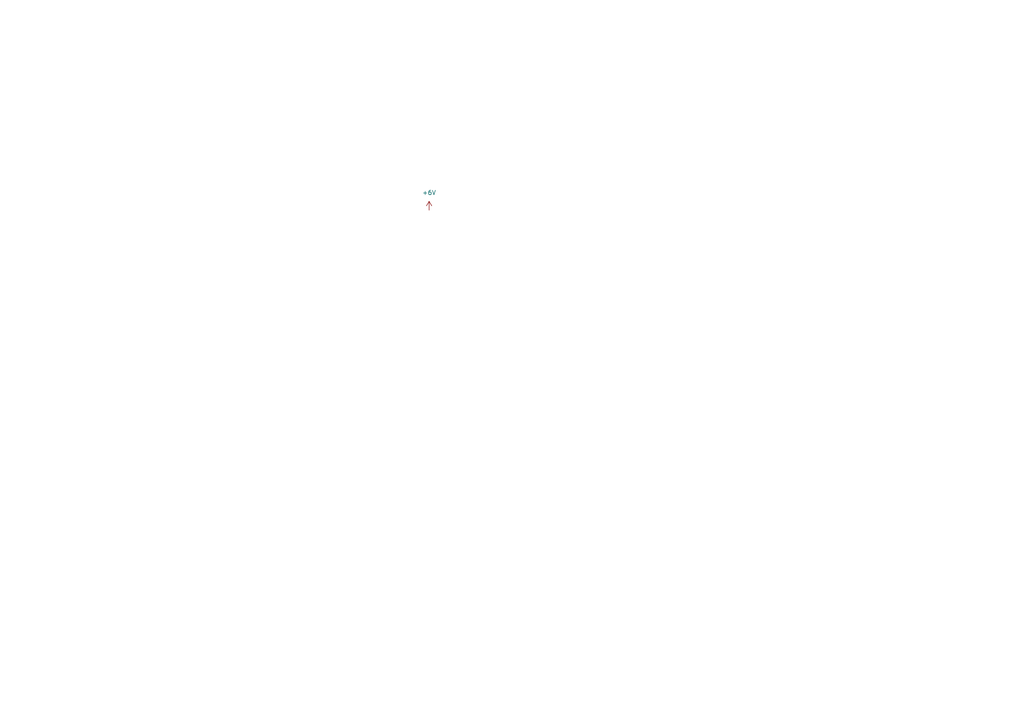
<source format=kicad_sch>
(kicad_sch (version 20211123) (generator eeschema)
  (paper "A4")
  (title_block (rev "0.1") (company "AstroMonkeys"))
  (lib_symbols
    (symbol "power:+6V" (power) (pin_names (offset 0))
      (property "Value" "+6V" (at 0 3.556 0))
      (symbol "+6V_0_1"
        (polyline (pts (xy -0.762 1.27) (xy 0 2.54)))
        (polyline (pts (xy 0 0) (xy 0 2.54)))
        (polyline (pts (xy 0 2.54) (xy 0.762 1.27)))
      )
      (symbol "+6V_1_1"
        (pin power_in line (at 0 0 90) (length 0) hide (name "+6V") (number "1"))
      )
    )
  )
  (symbol (lib_id "power:+6V") (at 124.46 60.96 0) (unit 1)
    (property "Reference" "#PWR?" (effects hide))
    (property "Value" "+6V" (at 124.46 55.88 0))
  )
)
</source>
